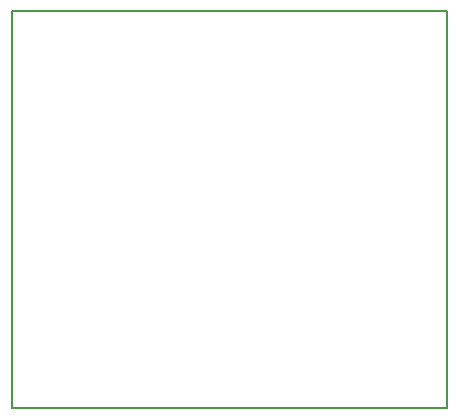
<source format=gbr>
G04 #@! TF.GenerationSoftware,KiCad,Pcbnew,(5.1.4)-1*
G04 #@! TF.CreationDate,2019-09-29T16:50:29-04:00*
G04 #@! TF.ProjectId,espDisp,65737044-6973-4702-9e6b-696361645f70,rev?*
G04 #@! TF.SameCoordinates,Original*
G04 #@! TF.FileFunction,Profile,NP*
%FSLAX46Y46*%
G04 Gerber Fmt 4.6, Leading zero omitted, Abs format (unit mm)*
G04 Created by KiCad (PCBNEW (5.1.4)-1) date 2019-09-29 16:50:29*
%MOMM*%
%LPD*%
G04 APERTURE LIST*
%ADD10C,0.150000*%
G04 APERTURE END LIST*
D10*
X90170000Y-31750000D02*
X90170000Y-65405000D01*
X53340000Y-31750000D02*
X90170000Y-31750000D01*
X53340000Y-65405000D02*
X53340000Y-31750000D01*
X90170000Y-65405000D02*
X53340000Y-65405000D01*
M02*

</source>
